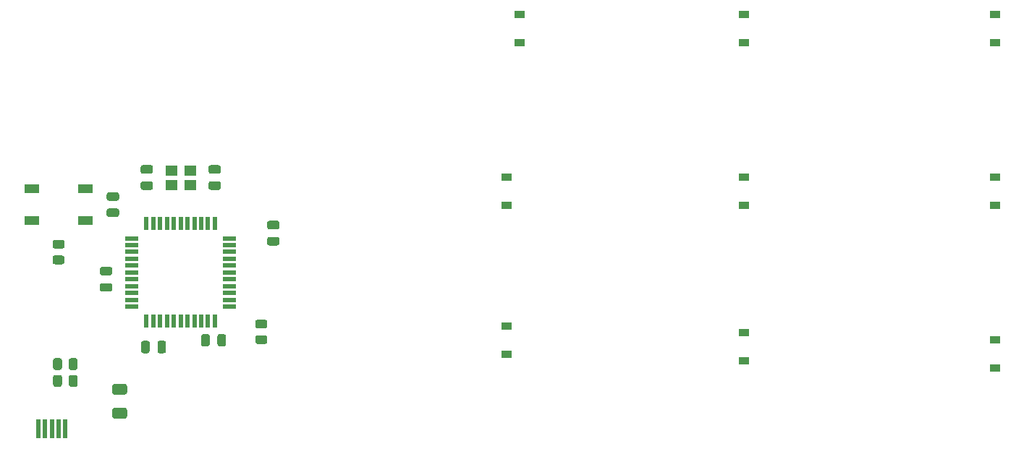
<source format=gbp>
%TF.GenerationSoftware,KiCad,Pcbnew,(5.1.10-1-10_14)*%
%TF.CreationDate,2021-07-24T22:10:12-05:00*%
%TF.ProjectId,Untitled,556e7469-746c-4656-942e-6b696361645f,rev?*%
%TF.SameCoordinates,Original*%
%TF.FileFunction,Paste,Bot*%
%TF.FilePolarity,Positive*%
%FSLAX46Y46*%
G04 Gerber Fmt 4.6, Leading zero omitted, Abs format (unit mm)*
G04 Created by KiCad (PCBNEW (5.1.10-1-10_14)) date 2021-07-24 22:10:12*
%MOMM*%
%LPD*%
G01*
G04 APERTURE LIST*
%ADD10R,0.500000X2.250000*%
%ADD11R,1.200000X0.900000*%
%ADD12R,1.400000X1.200000*%
%ADD13R,1.500000X0.550000*%
%ADD14R,0.550000X1.500000*%
%ADD15R,1.800000X1.100000*%
G04 APERTURE END LIST*
D10*
%TO.C,USB1*%
X48406250Y-115134000D03*
X49206250Y-115134000D03*
X50006250Y-115134000D03*
X50806250Y-115134000D03*
X51606250Y-115134000D03*
%TD*%
D11*
%TO.C,D9*%
X160337500Y-66612500D03*
X160337500Y-69912500D03*
%TD*%
%TO.C,D8*%
X160337500Y-104712500D03*
X160337500Y-108012500D03*
%TD*%
%TO.C,D7*%
X160337500Y-85662500D03*
X160337500Y-88962500D03*
%TD*%
%TO.C,D6*%
X130968750Y-103918750D03*
X130968750Y-107218750D03*
%TD*%
%TO.C,D5*%
X103187500Y-103125000D03*
X103187500Y-106425000D03*
%TD*%
D12*
%TO.C,Y1*%
X66187500Y-86575000D03*
X63987500Y-86575000D03*
X63987500Y-84875000D03*
X66187500Y-84875000D03*
%TD*%
D13*
%TO.C,U1*%
X59387500Y-100837500D03*
X59387500Y-100037500D03*
X59387500Y-99237500D03*
X59387500Y-98437500D03*
X59387500Y-97637500D03*
X59387500Y-96837500D03*
X59387500Y-96037500D03*
X59387500Y-95237500D03*
X59387500Y-94437500D03*
X59387500Y-93637500D03*
X59387500Y-92837500D03*
D14*
X61087500Y-91137500D03*
X61887500Y-91137500D03*
X62687500Y-91137500D03*
X63487500Y-91137500D03*
X64287500Y-91137500D03*
X65087500Y-91137500D03*
X65887500Y-91137500D03*
X66687500Y-91137500D03*
X67487500Y-91137500D03*
X68287500Y-91137500D03*
X69087500Y-91137500D03*
D13*
X70787500Y-92837500D03*
X70787500Y-93637500D03*
X70787500Y-94437500D03*
X70787500Y-95237500D03*
X70787500Y-96037500D03*
X70787500Y-96837500D03*
X70787500Y-97637500D03*
X70787500Y-98437500D03*
X70787500Y-99237500D03*
X70787500Y-100037500D03*
X70787500Y-100837500D03*
D14*
X69087500Y-102537500D03*
X68287500Y-102537500D03*
X67487500Y-102537500D03*
X66687500Y-102537500D03*
X65887500Y-102537500D03*
X65087500Y-102537500D03*
X64287500Y-102537500D03*
X63487500Y-102537500D03*
X62687500Y-102537500D03*
X61887500Y-102537500D03*
X61087500Y-102537500D03*
%TD*%
D15*
%TO.C,SW1*%
X53900000Y-87050000D03*
X47700000Y-90750000D03*
X53900000Y-90750000D03*
X47700000Y-87050000D03*
%TD*%
%TO.C,R4*%
G36*
G01*
X74967252Y-105215750D02*
X74067248Y-105215750D01*
G75*
G02*
X73817250Y-104965752I0J249998D01*
G01*
X73817250Y-104440748D01*
G75*
G02*
X74067248Y-104190750I249998J0D01*
G01*
X74967252Y-104190750D01*
G75*
G02*
X75217250Y-104440748I0J-249998D01*
G01*
X75217250Y-104965752D01*
G75*
G02*
X74967252Y-105215750I-249998J0D01*
G01*
G37*
G36*
G01*
X74967252Y-103390750D02*
X74067248Y-103390750D01*
G75*
G02*
X73817250Y-103140752I0J249998D01*
G01*
X73817250Y-102615748D01*
G75*
G02*
X74067248Y-102365750I249998J0D01*
G01*
X74967252Y-102365750D01*
G75*
G02*
X75217250Y-102615748I0J-249998D01*
G01*
X75217250Y-103140752D01*
G75*
G02*
X74967252Y-103390750I-249998J0D01*
G01*
G37*
%TD*%
%TO.C,R3*%
G36*
G01*
X51250002Y-95881250D02*
X50349998Y-95881250D01*
G75*
G02*
X50100000Y-95631252I0J249998D01*
G01*
X50100000Y-95106248D01*
G75*
G02*
X50349998Y-94856250I249998J0D01*
G01*
X51250002Y-94856250D01*
G75*
G02*
X51500000Y-95106248I0J-249998D01*
G01*
X51500000Y-95631252D01*
G75*
G02*
X51250002Y-95881250I-249998J0D01*
G01*
G37*
G36*
G01*
X51250002Y-94056250D02*
X50349998Y-94056250D01*
G75*
G02*
X50100000Y-93806252I0J249998D01*
G01*
X50100000Y-93281248D01*
G75*
G02*
X50349998Y-93031250I249998J0D01*
G01*
X51250002Y-93031250D01*
G75*
G02*
X51500000Y-93281248I0J-249998D01*
G01*
X51500000Y-93806252D01*
G75*
G02*
X51250002Y-94056250I-249998J0D01*
G01*
G37*
%TD*%
%TO.C,R2*%
G36*
G01*
X50168750Y-109987502D02*
X50168750Y-109087498D01*
G75*
G02*
X50418748Y-108837500I249998J0D01*
G01*
X50943752Y-108837500D01*
G75*
G02*
X51193750Y-109087498I0J-249998D01*
G01*
X51193750Y-109987502D01*
G75*
G02*
X50943752Y-110237500I-249998J0D01*
G01*
X50418748Y-110237500D01*
G75*
G02*
X50168750Y-109987502I0J249998D01*
G01*
G37*
G36*
G01*
X51993750Y-109987502D02*
X51993750Y-109087498D01*
G75*
G02*
X52243748Y-108837500I249998J0D01*
G01*
X52768752Y-108837500D01*
G75*
G02*
X53018750Y-109087498I0J-249998D01*
G01*
X53018750Y-109987502D01*
G75*
G02*
X52768752Y-110237500I-249998J0D01*
G01*
X52243748Y-110237500D01*
G75*
G02*
X51993750Y-109987502I0J249998D01*
G01*
G37*
%TD*%
%TO.C,R1*%
G36*
G01*
X50168750Y-108019002D02*
X50168750Y-107118998D01*
G75*
G02*
X50418748Y-106869000I249998J0D01*
G01*
X50943752Y-106869000D01*
G75*
G02*
X51193750Y-107118998I0J-249998D01*
G01*
X51193750Y-108019002D01*
G75*
G02*
X50943752Y-108269000I-249998J0D01*
G01*
X50418748Y-108269000D01*
G75*
G02*
X50168750Y-108019002I0J249998D01*
G01*
G37*
G36*
G01*
X51993750Y-108019002D02*
X51993750Y-107118998D01*
G75*
G02*
X52243748Y-106869000I249998J0D01*
G01*
X52768752Y-106869000D01*
G75*
G02*
X53018750Y-107118998I0J-249998D01*
G01*
X53018750Y-108019002D01*
G75*
G02*
X52768752Y-108269000I-249998J0D01*
G01*
X52243748Y-108269000D01*
G75*
G02*
X51993750Y-108019002I0J249998D01*
G01*
G37*
%TD*%
%TO.C,F1*%
G36*
G01*
X57318750Y-109893750D02*
X58568750Y-109893750D01*
G75*
G02*
X58818750Y-110143750I0J-250000D01*
G01*
X58818750Y-110893750D01*
G75*
G02*
X58568750Y-111143750I-250000J0D01*
G01*
X57318750Y-111143750D01*
G75*
G02*
X57068750Y-110893750I0J250000D01*
G01*
X57068750Y-110143750D01*
G75*
G02*
X57318750Y-109893750I250000J0D01*
G01*
G37*
G36*
G01*
X57318750Y-112693750D02*
X58568750Y-112693750D01*
G75*
G02*
X58818750Y-112943750I0J-250000D01*
G01*
X58818750Y-113693750D01*
G75*
G02*
X58568750Y-113943750I-250000J0D01*
G01*
X57318750Y-113943750D01*
G75*
G02*
X57068750Y-113693750I0J250000D01*
G01*
X57068750Y-112943750D01*
G75*
G02*
X57318750Y-112693750I250000J0D01*
G01*
G37*
%TD*%
D11*
%TO.C,D2*%
X130968750Y-66612500D03*
X130968750Y-69912500D03*
%TD*%
%TO.C,D4*%
X130968750Y-85662500D03*
X130968750Y-88962500D03*
%TD*%
%TO.C,D3*%
X103187500Y-85662500D03*
X103187500Y-88962500D03*
%TD*%
%TO.C,D1*%
X104775000Y-66612500D03*
X104775000Y-69912500D03*
%TD*%
%TO.C,C7*%
G36*
G01*
X55881250Y-96181250D02*
X56831250Y-96181250D01*
G75*
G02*
X57081250Y-96431250I0J-250000D01*
G01*
X57081250Y-96931250D01*
G75*
G02*
X56831250Y-97181250I-250000J0D01*
G01*
X55881250Y-97181250D01*
G75*
G02*
X55631250Y-96931250I0J250000D01*
G01*
X55631250Y-96431250D01*
G75*
G02*
X55881250Y-96181250I250000J0D01*
G01*
G37*
G36*
G01*
X55881250Y-98081250D02*
X56831250Y-98081250D01*
G75*
G02*
X57081250Y-98331250I0J-250000D01*
G01*
X57081250Y-98831250D01*
G75*
G02*
X56831250Y-99081250I-250000J0D01*
G01*
X55881250Y-99081250D01*
G75*
G02*
X55631250Y-98831250I0J250000D01*
G01*
X55631250Y-98331250D01*
G75*
G02*
X55881250Y-98081250I250000J0D01*
G01*
G37*
%TD*%
%TO.C,C6*%
G36*
G01*
X70379250Y-104300000D02*
X70379250Y-105250000D01*
G75*
G02*
X70129250Y-105500000I-250000J0D01*
G01*
X69629250Y-105500000D01*
G75*
G02*
X69379250Y-105250000I0J250000D01*
G01*
X69379250Y-104300000D01*
G75*
G02*
X69629250Y-104050000I250000J0D01*
G01*
X70129250Y-104050000D01*
G75*
G02*
X70379250Y-104300000I0J-250000D01*
G01*
G37*
G36*
G01*
X68479250Y-104300000D02*
X68479250Y-105250000D01*
G75*
G02*
X68229250Y-105500000I-250000J0D01*
G01*
X67729250Y-105500000D01*
G75*
G02*
X67479250Y-105250000I0J250000D01*
G01*
X67479250Y-104300000D01*
G75*
G02*
X67729250Y-104050000I250000J0D01*
G01*
X68229250Y-104050000D01*
G75*
G02*
X68479250Y-104300000I0J-250000D01*
G01*
G37*
%TD*%
%TO.C,C5*%
G36*
G01*
X76389250Y-93683750D02*
X75439250Y-93683750D01*
G75*
G02*
X75189250Y-93433750I0J250000D01*
G01*
X75189250Y-92933750D01*
G75*
G02*
X75439250Y-92683750I250000J0D01*
G01*
X76389250Y-92683750D01*
G75*
G02*
X76639250Y-92933750I0J-250000D01*
G01*
X76639250Y-93433750D01*
G75*
G02*
X76389250Y-93683750I-250000J0D01*
G01*
G37*
G36*
G01*
X76389250Y-91783750D02*
X75439250Y-91783750D01*
G75*
G02*
X75189250Y-91533750I0J250000D01*
G01*
X75189250Y-91033750D01*
G75*
G02*
X75439250Y-90783750I250000J0D01*
G01*
X76389250Y-90783750D01*
G75*
G02*
X76639250Y-91033750I0J-250000D01*
G01*
X76639250Y-91533750D01*
G75*
G02*
X76389250Y-91783750I-250000J0D01*
G01*
G37*
%TD*%
%TO.C,C4*%
G36*
G01*
X60643750Y-84275000D02*
X61593750Y-84275000D01*
G75*
G02*
X61843750Y-84525000I0J-250000D01*
G01*
X61843750Y-85025000D01*
G75*
G02*
X61593750Y-85275000I-250000J0D01*
G01*
X60643750Y-85275000D01*
G75*
G02*
X60393750Y-85025000I0J250000D01*
G01*
X60393750Y-84525000D01*
G75*
G02*
X60643750Y-84275000I250000J0D01*
G01*
G37*
G36*
G01*
X60643750Y-86175000D02*
X61593750Y-86175000D01*
G75*
G02*
X61843750Y-86425000I0J-250000D01*
G01*
X61843750Y-86925000D01*
G75*
G02*
X61593750Y-87175000I-250000J0D01*
G01*
X60643750Y-87175000D01*
G75*
G02*
X60393750Y-86925000I0J250000D01*
G01*
X60393750Y-86425000D01*
G75*
G02*
X60643750Y-86175000I250000J0D01*
G01*
G37*
%TD*%
%TO.C,C3*%
G36*
G01*
X69531250Y-87175000D02*
X68581250Y-87175000D01*
G75*
G02*
X68331250Y-86925000I0J250000D01*
G01*
X68331250Y-86425000D01*
G75*
G02*
X68581250Y-86175000I250000J0D01*
G01*
X69531250Y-86175000D01*
G75*
G02*
X69781250Y-86425000I0J-250000D01*
G01*
X69781250Y-86925000D01*
G75*
G02*
X69531250Y-87175000I-250000J0D01*
G01*
G37*
G36*
G01*
X69531250Y-85275000D02*
X68581250Y-85275000D01*
G75*
G02*
X68331250Y-85025000I0J250000D01*
G01*
X68331250Y-84525000D01*
G75*
G02*
X68581250Y-84275000I250000J0D01*
G01*
X69531250Y-84275000D01*
G75*
G02*
X69781250Y-84525000I0J-250000D01*
G01*
X69781250Y-85025000D01*
G75*
G02*
X69531250Y-85275000I-250000J0D01*
G01*
G37*
%TD*%
%TO.C,C2*%
G36*
G01*
X57625000Y-90350000D02*
X56675000Y-90350000D01*
G75*
G02*
X56425000Y-90100000I0J250000D01*
G01*
X56425000Y-89600000D01*
G75*
G02*
X56675000Y-89350000I250000J0D01*
G01*
X57625000Y-89350000D01*
G75*
G02*
X57875000Y-89600000I0J-250000D01*
G01*
X57875000Y-90100000D01*
G75*
G02*
X57625000Y-90350000I-250000J0D01*
G01*
G37*
G36*
G01*
X57625000Y-88450000D02*
X56675000Y-88450000D01*
G75*
G02*
X56425000Y-88200000I0J250000D01*
G01*
X56425000Y-87700000D01*
G75*
G02*
X56675000Y-87450000I250000J0D01*
G01*
X57625000Y-87450000D01*
G75*
G02*
X57875000Y-87700000I0J-250000D01*
G01*
X57875000Y-88200000D01*
G75*
G02*
X57625000Y-88450000I-250000J0D01*
G01*
G37*
%TD*%
%TO.C,C1*%
G36*
G01*
X60462500Y-106043750D02*
X60462500Y-105093750D01*
G75*
G02*
X60712500Y-104843750I250000J0D01*
G01*
X61212500Y-104843750D01*
G75*
G02*
X61462500Y-105093750I0J-250000D01*
G01*
X61462500Y-106043750D01*
G75*
G02*
X61212500Y-106293750I-250000J0D01*
G01*
X60712500Y-106293750D01*
G75*
G02*
X60462500Y-106043750I0J250000D01*
G01*
G37*
G36*
G01*
X62362500Y-106043750D02*
X62362500Y-105093750D01*
G75*
G02*
X62612500Y-104843750I250000J0D01*
G01*
X63112500Y-104843750D01*
G75*
G02*
X63362500Y-105093750I0J-250000D01*
G01*
X63362500Y-106043750D01*
G75*
G02*
X63112500Y-106293750I-250000J0D01*
G01*
X62612500Y-106293750D01*
G75*
G02*
X62362500Y-106043750I0J250000D01*
G01*
G37*
%TD*%
M02*

</source>
